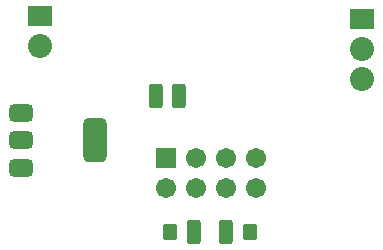
<source format=gbr>
%TF.GenerationSoftware,KiCad,Pcbnew,9.0.6-9.0.6~ubuntu24.04.1*%
%TF.CreationDate,2025-12-30T22:30:39+05:30*%
%TF.ProjectId,wled-esp01-controller,776c6564-2d65-4737-9030-312d636f6e74,rev?*%
%TF.SameCoordinates,Original*%
%TF.FileFunction,Soldermask,Bot*%
%TF.FilePolarity,Negative*%
%FSLAX46Y46*%
G04 Gerber Fmt 4.6, Leading zero omitted, Abs format (unit mm)*
G04 Created by KiCad (PCBNEW 9.0.6-9.0.6~ubuntu24.04.1) date 2025-12-30 22:30:39*
%MOMM*%
%LPD*%
G01*
G04 APERTURE LIST*
G04 Aperture macros list*
%AMRoundRect*
0 Rectangle with rounded corners*
0 $1 Rounding radius*
0 $2 $3 $4 $5 $6 $7 $8 $9 X,Y pos of 4 corners*
0 Add a 4 corners polygon primitive as box body*
4,1,4,$2,$3,$4,$5,$6,$7,$8,$9,$2,$3,0*
0 Add four circle primitives for the rounded corners*
1,1,$1+$1,$2,$3*
1,1,$1+$1,$4,$5*
1,1,$1+$1,$6,$7*
1,1,$1+$1,$8,$9*
0 Add four rect primitives between the rounded corners*
20,1,$1+$1,$2,$3,$4,$5,0*
20,1,$1+$1,$4,$5,$6,$7,0*
20,1,$1+$1,$6,$7,$8,$9,0*
20,1,$1+$1,$8,$9,$2,$3,0*%
G04 Aperture macros list end*
%ADD10RoundRect,0.250000X0.350000X0.770000X-0.350000X0.770000X-0.350000X-0.770000X0.350000X-0.770000X0*%
%ADD11RoundRect,0.250000X0.350000X0.450000X-0.350000X0.450000X-0.350000X-0.450000X0.350000X-0.450000X0*%
%ADD12C,1.712000*%
%ADD13RoundRect,0.102000X-0.754000X-0.754000X0.754000X-0.754000X0.754000X0.754000X-0.754000X0.754000X0*%
%ADD14RoundRect,0.250000X-0.350000X-0.450000X0.350000X-0.450000X0.350000X0.450000X-0.350000X0.450000X0*%
%ADD15RoundRect,0.250000X-0.350000X-0.770000X0.350000X-0.770000X0.350000X0.770000X-0.350000X0.770000X0*%
%ADD16R,2.040000X1.700000*%
%ADD17C,2.040000*%
%ADD18RoundRect,0.375000X-0.625000X-0.375000X0.625000X-0.375000X0.625000X0.375000X-0.625000X0.375000X0*%
%ADD19RoundRect,0.500000X-0.500000X-1.400000X0.500000X-1.400000X0.500000X1.400000X-0.500000X1.400000X0*%
G04 APERTURE END LIST*
D10*
%TO.C,R1*%
X122000000Y-88000000D03*
D11*
X124000000Y-88000000D03*
%TD*%
D12*
%TO.C,U2*%
X116885000Y-84250000D03*
X119425000Y-84250000D03*
X121965000Y-84250000D03*
X124505000Y-84250000D03*
X124505000Y-81710000D03*
X121965000Y-81710000D03*
X119425000Y-81710000D03*
D13*
X116885000Y-81710000D03*
%TD*%
D14*
%TO.C,R2*%
X117250000Y-88000000D03*
D15*
X119250000Y-88000000D03*
%TD*%
D16*
%TO.C,J2*%
X133500000Y-70000000D03*
D17*
X133500000Y-72540000D03*
X133500000Y-75080000D03*
%TD*%
D18*
%TO.C,U1*%
X104600000Y-82550000D03*
X104600000Y-80250000D03*
D19*
X110900000Y-80250000D03*
D18*
X104600000Y-77950000D03*
%TD*%
D10*
%TO.C,R3*%
X118000000Y-76500000D03*
X116000000Y-76500000D03*
%TD*%
D16*
%TO.C,J1*%
X106250000Y-69710000D03*
D17*
X106250000Y-72250000D03*
%TD*%
M02*

</source>
